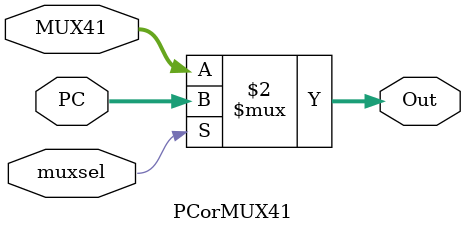
<source format=v>
module PCorMUX41(
	input muxsel,
	input [31:0]MUX41,
	input [31:0]PC,
	output [31:0]Out);
assign Out = (muxsel == 1) ? PC : MUX41;
endmodule
</source>
